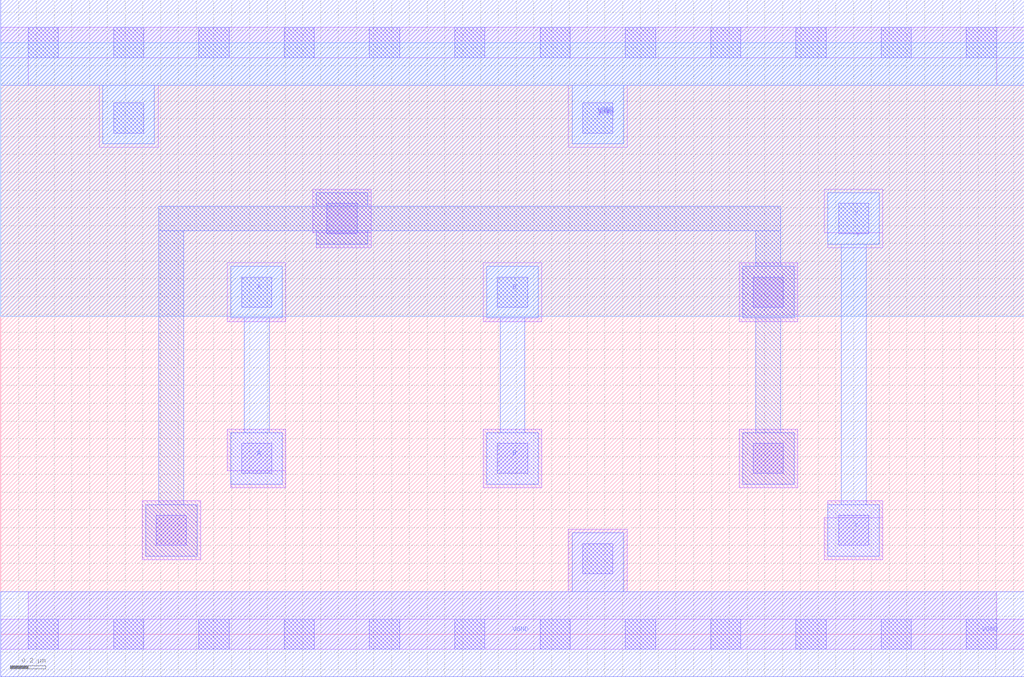
<source format=lef>
VERSION 5.7 ;
  NOWIREEXTENSIONATPIN ON ;
  DIVIDERCHAR "/" ;
  BUSBITCHARS "[]" ;
MACRO AND2X1
  CLASS CORE ;
  FOREIGN AND2X1 ;
  ORIGIN 0.000 0.000 ;
  SIZE 5.760 BY 3.330 ;
  SYMMETRY X Y ;
  SITE unit ;
  PIN A
    ANTENNAGATEAREA 0.189000 ;
    PORT
      LAYER met1 ;
        RECT 1.295 1.780 1.585 2.070 ;
        RECT 1.370 1.135 1.510 1.780 ;
        RECT 1.295 0.845 1.585 1.135 ;
    END
    PORT
      LAYER li1 ;
        RECT 1.275 1.760 1.605 2.090 ;
      LAYER mcon ;
        RECT 1.355 1.840 1.525 2.010 ;
    END
  END A
  PIN B
    ANTENNAGATEAREA 0.189000 ;
    PORT
      LAYER met1 ;
        RECT 2.735 1.780 3.025 2.070 ;
        RECT 2.810 1.135 2.950 1.780 ;
        RECT 2.735 0.845 3.025 1.135 ;
    END
    PORT
      LAYER li1 ;
        RECT 2.715 1.760 3.045 2.090 ;
      LAYER mcon ;
        RECT 2.795 1.840 2.965 2.010 ;
    END
  END B
  PIN VGND
    ANTENNADIFFAREA 0.541800 ;
    PORT
      LAYER met1 ;
        RECT 3.215 0.240 3.505 0.570 ;
        RECT 0.000 -0.240 5.760 0.240 ;
    END
    PORT
      LAYER li1 ;
        RECT 3.195 0.240 3.525 0.590 ;
        RECT 0.155 0.085 5.605 0.240 ;
        RECT 0.000 -0.085 5.760 0.085 ;
      LAYER mcon ;
        RECT 3.275 0.340 3.445 0.510 ;
        RECT 0.155 -0.085 0.325 0.085 ;
        RECT 0.635 -0.085 0.805 0.085 ;
        RECT 1.115 -0.085 1.285 0.085 ;
        RECT 1.595 -0.085 1.765 0.085 ;
        RECT 2.075 -0.085 2.245 0.085 ;
        RECT 2.555 -0.085 2.725 0.085 ;
        RECT 3.035 -0.085 3.205 0.085 ;
        RECT 3.515 -0.085 3.685 0.085 ;
        RECT 3.995 -0.085 4.165 0.085 ;
        RECT 4.475 -0.085 4.645 0.085 ;
        RECT 4.955 -0.085 5.125 0.085 ;
        RECT 5.435 -0.085 5.605 0.085 ;
    END
    PORT
      LAYER met1 ;
        RECT 0.000 3.090 5.760 3.570 ;
        RECT 0.575 2.760 0.865 3.090 ;
        RECT 3.215 2.760 3.505 3.090 ;
    END
  END VGND
  PIN VPWR
    ANTENNADIFFAREA 1.747200 ;
    PORT
      LAYER li1 ;
        RECT 0.000 3.245 5.760 3.415 ;
        RECT 0.155 3.090 5.605 3.245 ;
        RECT 0.555 2.740 0.885 3.090 ;
        RECT 3.195 2.740 3.525 3.090 ;
      LAYER mcon ;
        RECT 0.155 3.245 0.325 3.415 ;
        RECT 0.635 3.245 0.805 3.415 ;
        RECT 1.115 3.245 1.285 3.415 ;
        RECT 1.595 3.245 1.765 3.415 ;
        RECT 2.075 3.245 2.245 3.415 ;
        RECT 2.555 3.245 2.725 3.415 ;
        RECT 3.035 3.245 3.205 3.415 ;
        RECT 3.515 3.245 3.685 3.415 ;
        RECT 3.995 3.245 4.165 3.415 ;
        RECT 4.475 3.245 4.645 3.415 ;
        RECT 4.955 3.245 5.125 3.415 ;
        RECT 5.435 3.245 5.605 3.415 ;
        RECT 0.635 2.820 0.805 2.990 ;
        RECT 3.275 2.820 3.445 2.990 ;
    END
  END VPWR
  PIN Y
    ANTENNADIFFAREA 1.031650 ;
    PORT
      LAYER met1 ;
        RECT 4.655 2.195 4.945 2.485 ;
        RECT 4.730 0.730 4.870 2.195 ;
        RECT 4.655 0.440 4.945 0.730 ;
    END
    PORT
      LAYER li1 ;
        RECT 4.635 2.260 4.965 2.505 ;
        RECT 4.655 2.175 4.965 2.260 ;
      LAYER mcon ;
        RECT 4.715 2.255 4.885 2.425 ;
    END
  END Y
  OBS
      LAYER nwell ;
        RECT 0.000 1.790 5.760 3.330 ;
      LAYER li1 ;
        RECT 1.755 2.260 2.085 2.505 ;
        RECT 1.775 2.175 2.085 2.260 ;
        RECT 4.155 1.760 4.485 2.090 ;
        RECT 1.275 0.920 1.605 1.155 ;
        RECT 1.295 0.825 1.605 0.920 ;
        RECT 2.715 0.825 3.045 1.155 ;
        RECT 4.155 0.825 4.485 1.155 ;
        RECT 0.795 0.420 1.125 0.750 ;
        RECT 4.655 0.655 4.965 0.750 ;
        RECT 4.635 0.420 4.965 0.655 ;
      LAYER mcon ;
        RECT 1.835 2.255 2.005 2.425 ;
        RECT 4.235 1.840 4.405 2.010 ;
        RECT 1.355 0.905 1.525 1.075 ;
        RECT 2.795 0.905 2.965 1.075 ;
        RECT 4.235 0.905 4.405 1.075 ;
        RECT 0.875 0.500 1.045 0.670 ;
        RECT 4.715 0.500 4.885 0.670 ;
      LAYER met1 ;
        RECT 1.775 2.410 2.065 2.485 ;
        RECT 0.890 2.270 4.390 2.410 ;
        RECT 0.890 0.730 1.030 2.270 ;
        RECT 1.775 2.195 2.065 2.270 ;
        RECT 4.250 2.070 4.390 2.270 ;
        RECT 4.175 1.780 4.465 2.070 ;
        RECT 4.250 1.135 4.390 1.780 ;
        RECT 4.175 0.845 4.465 1.135 ;
        RECT 0.815 0.440 1.105 0.730 ;
  END
END AND2X1
END LIBRARY


</source>
